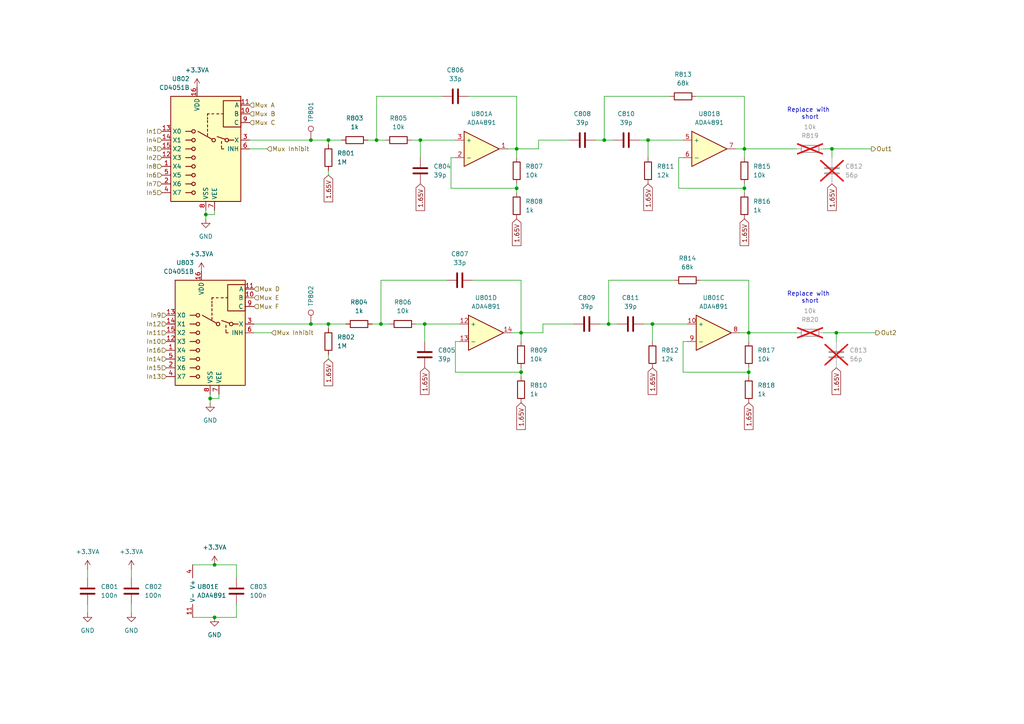
<source format=kicad_sch>
(kicad_sch (version 20250114) (generator "eeschema") (generator_version "9.0")
  (paper "A4")
  (lib_symbols
    (symbol "Analog_Switch:CD4051B"
      (property "Reference" "U" (at -10.16 16.51 0))
      (property "Value" "CD4051B" (at 3.81 16.51 0))
      (symbol "CD4051B_0_1"
        (rectangle (start -10.16 15.24) (end 10.16 -15.24) (stroke (width 0.254)) (fill (type background)))
        (rectangle (start -10.16 6.35) (end -5.08 13.97) (stroke (width 0.254)))
        (polyline (pts (xy -8.128 2.54) (xy -6.604 2.54)) (stroke (width 0.254)))
        (circle (center -6.096 2.54) (radius 0.508) (stroke (width 0.254)))
        (polyline (pts (xy -5.588 2.794) (xy -3.302 3.556)) (stroke (width 0.254)))
        (polyline (pts (xy -4.572 10.16) (xy -5.08 10.16)) (stroke (width 0.254)))
        (polyline (pts (xy -4.572 1.524) (xy -4.572 2.159)) (stroke (width 0.254)))
        (polyline (pts (xy -4.572 0.254) (xy -4.572 0.889)) (stroke (width 0.254)))
        (polyline (pts (xy -4.572 0) (xy -5.207 0)) (stroke (width 0.254)))
        (polyline (pts (xy -3.81 10.16) (xy -3.175 10.16)) (stroke (width 0.254)))
        (circle (center -2.286 2.54) (radius 0.508) (stroke (width 0.254)))
        (polyline (pts (xy -1.778 10.16) (xy -2.286 10.16)) (stroke (width 0.254)))
        (polyline (pts (xy -1.778 2.794) (xy 2.286 5.08)) (stroke (width 0.254)))
        (polyline (pts (xy -0.508 10.16) (xy -1.016 10.16)) (stroke (width 0.254)))
        (polyline (pts (xy -0.508 9.652) (xy -0.508 10.16)) (stroke (width 0.254)))
        (polyline (pts (xy -0.508 8.636) (xy -0.508 9.144)) (stroke (width 0.254)))
        (polyline (pts (xy -0.508 7.62) (xy -0.508 8.255)) (stroke (width 0.254)))
        (polyline (pts (xy -0.508 6.35) (xy -0.508 6.985)) (stroke (width 0.254)))
        (polyline (pts (xy -0.508 5.08) (xy -0.508 5.715)) (stroke (width 0.254)))
        (polyline (pts (xy -0.508 3.81) (xy -0.508 4.445)) (stroke (width 0.254)))
        (circle (center 3.556 5.08) (radius 0.508) (stroke (width 0.254)))
        (circle (center 3.556 2.54) (radius 0.508) (stroke (width 0.254)))
        (circle (center 3.556 0) (radius 0.508) (stroke (width 0.254)))
        (circle (center 3.556 -2.54) (radius 0.508) (stroke (width 0.254)))
        (circle (center 3.556 -5.08) (radius 0.508) (stroke (width 0.254)))
        (circle (center 3.556 -7.62) (radius 0.508) (stroke (width 0.254)))
        (circle (center 3.556 -10.16) (radius 0.508) (stroke (width 0.254)))
        (circle (center 3.556 -12.7) (radius 0.508) (stroke (width 0.254)))
        (polyline (pts (xy 4.064 5.08) (xy 5.842 5.08)) (stroke (width 0.254)))
        (polyline (pts (xy 4.064 2.54) (xy 5.842 2.54)) (stroke (width 0.254)))
        (polyline (pts (xy 4.064 0) (xy 5.842 0)) (stroke (width 0.254)))
        (polyline (pts (xy 4.064 -2.54) (xy 5.842 -2.54)) (stroke (width 0.254)))
        (polyline (pts (xy 4.064 -5.08) (xy 5.842 -5.08)) (stroke (width 0.254)))
        (polyline (pts (xy 4.064 -7.62) (xy 5.842 -7.62)) (stroke (width 0.254)))
        (polyline (pts (xy 4.064 -10.16) (xy 5.842 -10.16)) (stroke (width 0.254)))
        (polyline (pts (xy 4.064 -12.7) (xy 5.842 -12.7)) (stroke (width 0.254)))
      )
      (symbol "CD4051B_1_1"
        (pin input line (at -12.7 12.7 0) (length 2.54) (name "A") (number "11"))
        (pin input line (at -12.7 10.16 0) (length 2.54) (name "B") (number "10"))
        (pin input line (at -12.7 7.62 0) (length 2.54) (name "C") (number "9"))
        (pin bidirectional line (at -12.7 2.54 0) (length 2.54) (name "X") (number "3"))
        (pin input line (at -12.7 0 0) (length 2.54) (name "INH") (number "6"))
        (pin power_in line (at -2.54 -17.78 90) (length 2.54) (name "VEE") (number "7"))
        (pin power_in line (at 0 -17.78 90) (length 2.54) (name "VSS") (number "8"))
        (pin power_in line (at 2.54 17.78 270) (length 2.54) (name "VDD") (number "16"))
        (pin bidirectional line (at 12.7 5.08 180) (length 2.54) (name "X0") (number "13"))
        (pin bidirectional line (at 12.7 2.54 180) (length 2.54) (name "X1") (number "14"))
        (pin bidirectional line (at 12.7 0 180) (length 2.54) (name "X2") (number "15"))
        (pin bidirectional line (at 12.7 -2.54 180) (length 2.54) (name "X3") (number "12"))
        (pin bidirectional line (at 12.7 -5.08 180) (length 2.54) (name "X4") (number "1"))
        (pin bidirectional line (at 12.7 -7.62 180) (length 2.54) (name "X5") (number "5"))
        (pin bidirectional line (at 12.7 -10.16 180) (length 2.54) (name "X6") (number "2"))
        (pin bidirectional line (at 12.7 -12.7 180) (length 2.54) (name "X7") (number "4"))
      )
    )
    (symbol "Connector:TestPoint" (pin_numbers (hide yes)) (pin_names (offset 0.762) (hide yes))
      (property "Reference" "TP" (at 0 6.858 0))
      (property "Value" "TestPoint" (at 0 5.08 0))
      (symbol "TestPoint_0_1"
        (circle (center 0 3.302) (radius 0.762))
      )
      (symbol "TestPoint_1_1"
        (pin passive line (at 0 0 90) (length 2.54) (name "1") (number "1"))
      )
    )
    (symbol "Device:C" (pin_numbers (hide yes)) (pin_names (offset 0.254))
      (property "Reference" "C" (at 0.635 2.54 0))
      (property "Value" "C" (at 0.635 -2.54 0))
      (symbol "C_0_1"
        (polyline (pts (xy -2.032 0.762) (xy 2.032 0.762)) (stroke (width 0.508)))
        (polyline (pts (xy -2.032 -0.762) (xy 2.032 -0.762)) (stroke (width 0.508)))
      )
      (symbol "C_1_1"
        (pin passive line (at 0 3.81 270) (length 2.794) (name "~") (number "1"))
        (pin passive line (at 0 -3.81 90) (length 2.794) (name "~") (number "2"))
      )
    )
    (symbol "Device:Opamp_Quad"
      (property "Reference" "U" (at 0 5.08 0))
      (property "Value" "Opamp_Quad" (at 0 -5.08 0))
      (symbol "Opamp_Quad_1_1"
        (polyline (pts (xy -5.08 5.08) (xy 5.08 0) (xy -5.08 -5.08) (xy -5.08 5.08)) (stroke (width 0.254)) (fill (type background)))
        (pin input line (at -7.62 2.54 0) (length 2.54) (name "+") (number "3"))
        (pin input line (at -7.62 -2.54 0) (length 2.54) (name "-") (number "2"))
        (pin output line (at 7.62 0 180) (length 2.54) (name "~") (number "1"))
      )
      (symbol "Opamp_Quad_2_1"
        (polyline (pts (xy -5.08 5.08) (xy 5.08 0) (xy -5.08 -5.08) (xy -5.08 5.08)) (stroke (width 0.254)) (fill (type background)))
        (pin input line (at -7.62 2.54 0) (length 2.54) (name "+") (number "5"))
        (pin input line (at -7.62 -2.54 0) (length 2.54) (name "-") (number "6"))
        (pin output line (at 7.62 0 180) (length 2.54) (name "~") (number "7"))
      )
      (symbol "Opamp_Quad_3_1"
        (polyline (pts (xy -5.08 5.08) (xy 5.08 0) (xy -5.08 -5.08) (xy -5.08 5.08)) (stroke (width 0.254)) (fill (type background)))
        (pin input line (at -7.62 2.54 0) (length 2.54) (name "+") (number "10"))
        (pin input line (at -7.62 -2.54 0) (length 2.54) (name "-") (number "9"))
        (pin output line (at 7.62 0 180) (length 2.54) (name "~") (number "8"))
      )
      (symbol "Opamp_Quad_4_1"
        (polyline (pts (xy -5.08 5.08) (xy 5.08 0) (xy -5.08 -5.08) (xy -5.08 5.08)) (stroke (width 0.254)) (fill (type background)))
        (pin input line (at -7.62 2.54 0) (length 2.54) (name "+") (number "12"))
        (pin input line (at -7.62 -2.54 0) (length 2.54) (name "-") (number "13"))
        (pin output line (at 7.62 0 180) (length 2.54) (name "~") (number "14"))
      )
      (symbol "Opamp_Quad_5_1"
        (pin power_in line (at -2.54 7.62 270) (length 3.81) (name "V+") (number "4"))
        (pin power_in line (at -2.54 -7.62 90) (length 3.81) (name "V-") (number "11"))
      )
    )
    (symbol "Device:R" (pin_numbers (hide yes)) (pin_names (offset 0))
      (property "Reference" "R" (at 2.032 0 90))
      (property "Value" "R" (at 0 0 90))
      (symbol "R_0_1"
        (rectangle (start -1.016 -2.54) (end 1.016 2.54) (stroke (width 0.254)))
      )
      (symbol "R_1_1"
        (pin passive line (at 0 3.81 270) (length 1.27) (name "~") (number "1"))
        (pin passive line (at 0 -3.81 90) (length 1.27) (name "~") (number "2"))
      )
    )
    (symbol "power:+3.3VA" (power) (pin_numbers (hide yes)) (pin_names (offset 0) (hide yes))
      (property "Value" "+3.3VA" (at 0 3.556 0))
      (symbol "+3.3VA_0_1"
        (polyline (pts (xy -0.762 1.27) (xy 0 2.54)))
        (polyline (pts (xy 0 2.54) (xy 0.762 1.27)))
        (polyline (pts (xy 0 0) (xy 0 2.54)))
      )
      (symbol "+3.3VA_1_1"
        (pin power_in line (at 0 0 90) (length 0) (name "~") (number "1"))
      )
    )
    (symbol "power:GND" (power) (pin_numbers (hide yes)) (pin_names (offset 0) (hide yes))
      (property "Value" "GND" (at 0 -3.81 0))
      (symbol "GND_0_1"
        (polyline (pts (xy 0 0) (xy 0 -1.27) (xy 1.27 -1.27) (xy 0 -2.54) (xy -1.27 -1.27) (xy 0 -1.27)))
      )
      (symbol "GND_1_1"
        (pin power_in line (at 0 0 270) (length 0) (name "~") (number "1"))
      )
    )
  )
  (text "Replace with \nshort" (at 234.95 86.36 0) (effects (font (size 1.27 1.27))))
  (text "Replace with \nshort" (at 234.95 33.02 0) (effects (font (size 1.27 1.27))))
  (junction (at 189.23 93.98))
  (junction (at 95.25 40.64))
  (junction (at 215.9 43.18))
  (junction (at 90.17 40.64))
  (junction (at 149.86 43.18))
  (junction (at 123.19 93.98))
  (junction (at 62.23 179.07))
  (junction (at 175.26 40.64))
  (junction (at 217.17 107.95))
  (junction (at 149.86 54.61))
  (junction (at 59.69 62.23))
  (junction (at 95.25 93.98))
  (junction (at 60.96 115.57))
  (junction (at 90.17 93.98))
  (junction (at 215.9 54.61))
  (junction (at 241.3 43.18))
  (junction (at 151.13 96.52))
  (junction (at 217.17 96.52))
  (junction (at 62.23 163.83))
  (junction (at 242.57 96.52))
  (junction (at 121.92 40.64))
  (junction (at 176.53 93.98))
  (junction (at 110.49 93.98))
  (junction (at 109.22 40.64))
  (junction (at 187.96 40.64))
  (junction (at 151.13 107.95))
  (wire (pts (xy 165.1 40.64) (xy 156.21 40.64)))
  (wire (pts (xy 110.49 81.28) (xy 110.49 93.98)))
  (wire (pts (xy 241.3 43.18) (xy 252.73 43.18)))
  (wire (pts (xy 215.9 43.18) (xy 213.36 43.18)))
  (wire (pts (xy 201.93 27.94) (xy 215.9 27.94)))
  (wire (pts (xy 68.58 167.64) (xy 68.58 163.83)))
  (wire (pts (xy 133.35 99.06) (xy 132.08 99.06)))
  (wire (pts (xy 132.08 40.64) (xy 121.92 40.64)))
  (wire (pts (xy 242.57 99.06) (xy 242.57 96.52)))
  (wire (pts (xy 132.08 45.72) (xy 130.81 45.72)))
  (wire (pts (xy 60.96 116.84) (xy 60.96 115.57)))
  (wire (pts (xy 215.9 27.94) (xy 215.9 43.18)))
  (wire (pts (xy 90.17 93.98) (xy 95.25 93.98)))
  (wire (pts (xy 198.12 40.64) (xy 187.96 40.64)))
  (wire (pts (xy 199.39 99.06) (xy 198.12 99.06)))
  (wire (pts (xy 198.12 107.95) (xy 217.17 107.95)))
  (wire (pts (xy 242.57 96.52) (xy 238.76 96.52)))
  (wire (pts (xy 241.3 43.18) (xy 238.76 43.18)))
  (wire (pts (xy 130.81 45.72) (xy 130.81 54.61)))
  (wire (pts (xy 217.17 81.28) (xy 217.17 96.52)))
  (wire (pts (xy 176.53 93.98) (xy 179.07 93.98)))
  (wire (pts (xy 72.39 43.18) (xy 77.47 43.18)))
  (wire (pts (xy 90.17 40.64) (xy 95.25 40.64)))
  (wire (pts (xy 151.13 81.28) (xy 151.13 96.52)))
  (wire (pts (xy 95.25 102.87) (xy 95.25 104.14)))
  (wire (pts (xy 38.1 175.26) (xy 38.1 177.8)))
  (wire (pts (xy 95.25 40.64) (xy 95.25 41.91)))
  (wire (pts (xy 187.96 45.72) (xy 187.96 40.64)))
  (wire (pts (xy 156.21 43.18) (xy 149.86 43.18)))
  (wire (pts (xy 72.39 40.64) (xy 90.17 40.64)))
  (wire (pts (xy 60.96 115.57) (xy 63.5 115.57)))
  (wire (pts (xy 128.27 27.94) (xy 109.22 27.94)))
  (wire (pts (xy 156.21 40.64) (xy 156.21 43.18)))
  (wire (pts (xy 68.58 179.07) (xy 68.58 175.26)))
  (wire (pts (xy 217.17 99.06) (xy 217.17 96.52)))
  (wire (pts (xy 196.85 45.72) (xy 196.85 54.61)))
  (wire (pts (xy 109.22 40.64) (xy 111.76 40.64)))
  (wire (pts (xy 38.1 165.1) (xy 38.1 167.64)))
  (wire (pts (xy 175.26 40.64) (xy 177.8 40.64)))
  (wire (pts (xy 95.25 49.53) (xy 95.25 50.8)))
  (wire (pts (xy 106.68 40.64) (xy 109.22 40.64)))
  (wire (pts (xy 196.85 54.61) (xy 215.9 54.61)))
  (wire (pts (xy 60.96 115.57) (xy 60.96 114.3)))
  (wire (pts (xy 59.69 63.5) (xy 59.69 62.23)))
  (wire (pts (xy 187.96 40.64) (xy 185.42 40.64)))
  (wire (pts (xy 130.81 54.61) (xy 149.86 54.61)))
  (wire (pts (xy 241.3 45.72) (xy 241.3 43.18)))
  (wire (pts (xy 149.86 55.88) (xy 149.86 54.61)))
  (wire (pts (xy 194.31 27.94) (xy 175.26 27.94)))
  (wire (pts (xy 63.5 115.57) (xy 63.5 114.3)))
  (wire (pts (xy 123.19 99.06) (xy 123.19 93.98)))
  (wire (pts (xy 55.88 179.07) (xy 62.23 179.07)))
  (wire (pts (xy 189.23 99.06) (xy 189.23 93.98)))
  (wire (pts (xy 149.86 43.18) (xy 147.32 43.18)))
  (wire (pts (xy 203.2 81.28) (xy 217.17 81.28)))
  (wire (pts (xy 217.17 109.22) (xy 217.17 107.95)))
  (wire (pts (xy 149.86 45.72) (xy 149.86 43.18)))
  (wire (pts (xy 123.19 93.98) (xy 120.65 93.98)))
  (wire (pts (xy 175.26 27.94) (xy 175.26 40.64)))
  (wire (pts (xy 95.25 40.64) (xy 99.06 40.64)))
  (wire (pts (xy 62.23 179.07) (xy 68.58 179.07)))
  (wire (pts (xy 149.86 27.94) (xy 149.86 43.18)))
  (wire (pts (xy 137.16 81.28) (xy 151.13 81.28)))
  (wire (pts (xy 231.14 43.18) (xy 215.9 43.18)))
  (wire (pts (xy 25.4 175.26) (xy 25.4 177.8)))
  (wire (pts (xy 95.25 93.98) (xy 95.25 95.25)))
  (wire (pts (xy 242.57 96.52) (xy 254 96.52)))
  (wire (pts (xy 198.12 45.72) (xy 196.85 45.72)))
  (wire (pts (xy 217.17 96.52) (xy 214.63 96.52)))
  (wire (pts (xy 199.39 93.98) (xy 189.23 93.98)))
  (wire (pts (xy 198.12 99.06) (xy 198.12 107.95)))
  (wire (pts (xy 215.9 54.61) (xy 215.9 53.34)))
  (wire (pts (xy 151.13 99.06) (xy 151.13 96.52)))
  (wire (pts (xy 107.95 93.98) (xy 110.49 93.98)))
  (wire (pts (xy 135.89 27.94) (xy 149.86 27.94)))
  (wire (pts (xy 157.48 96.52) (xy 151.13 96.52)))
  (wire (pts (xy 59.69 62.23) (xy 62.23 62.23)))
  (wire (pts (xy 215.9 55.88) (xy 215.9 54.61)))
  (wire (pts (xy 132.08 99.06) (xy 132.08 107.95)))
  (wire (pts (xy 176.53 81.28) (xy 176.53 93.98)))
  (wire (pts (xy 151.13 96.52) (xy 148.59 96.52)))
  (wire (pts (xy 62.23 62.23) (xy 62.23 60.96)))
  (wire (pts (xy 133.35 93.98) (xy 123.19 93.98)))
  (wire (pts (xy 110.49 93.98) (xy 113.03 93.98)))
  (wire (pts (xy 149.86 54.61) (xy 149.86 53.34)))
  (wire (pts (xy 73.66 96.52) (xy 78.74 96.52)))
  (wire (pts (xy 173.99 93.98) (xy 176.53 93.98)))
  (wire (pts (xy 132.08 107.95) (xy 151.13 107.95)))
  (wire (pts (xy 121.92 40.64) (xy 119.38 40.64)))
  (wire (pts (xy 62.23 163.83) (xy 68.58 163.83)))
  (wire (pts (xy 172.72 40.64) (xy 175.26 40.64)))
  (wire (pts (xy 166.37 93.98) (xy 157.48 93.98)))
  (wire (pts (xy 95.25 93.98) (xy 100.33 93.98)))
  (wire (pts (xy 157.48 93.98) (xy 157.48 96.52)))
  (wire (pts (xy 151.13 107.95) (xy 151.13 106.68)))
  (wire (pts (xy 189.23 93.98) (xy 186.69 93.98)))
  (wire (pts (xy 59.69 62.23) (xy 59.69 60.96)))
  (wire (pts (xy 121.92 45.72) (xy 121.92 40.64)))
  (wire (pts (xy 195.58 81.28) (xy 176.53 81.28)))
  (wire (pts (xy 25.4 165.1) (xy 25.4 167.64)))
  (wire (pts (xy 109.22 27.94) (xy 109.22 40.64)))
  (wire (pts (xy 151.13 109.22) (xy 151.13 107.95)))
  (wire (pts (xy 55.88 163.83) (xy 62.23 163.83)))
  (wire (pts (xy 215.9 43.18) (xy 215.9 45.72)))
  (wire (pts (xy 231.14 96.52) (xy 217.17 96.52)))
  (wire (pts (xy 73.66 93.98) (xy 90.17 93.98)))
  (wire (pts (xy 217.17 107.95) (xy 217.17 106.68)))
  (wire (pts (xy 129.54 81.28) (xy 110.49 81.28)))
  (global_label "1.65V" (shape input) (at 95.25 104.14 270) (property "Intersheetrefs" "${INTERSHEET_REFS}" (effects (hide yes))))
  (global_label "1.65V" (shape input) (at 95.25 50.8 270) (property "Intersheetrefs" "${INTERSHEET_REFS}" (effects (hide yes))))
  (global_label "1.65V" (shape input) (at 187.96 53.34 270) (property "Intersheetrefs" "${INTERSHEET_REFS}" (effects (hide yes))))
  (global_label "1.65V" (shape input) (at 151.13 116.84 270) (property "Intersheetrefs" "${INTERSHEET_REFS}" (effects (hide yes))))
  (global_label "1.65V" (shape input) (at 149.86 63.5 270) (property "Intersheetrefs" "${INTERSHEET_REFS}" (effects (hide yes))))
  (global_label "1.65V" (shape input) (at 241.3 53.34 270) (property "Intersheetrefs" "${INTERSHEET_REFS}" (effects (hide yes))))
  (global_label "1.65V" (shape input) (at 123.19 106.68 270) (property "Intersheetrefs" "${INTERSHEET_REFS}" (effects (hide yes))))
  (global_label "1.65V" (shape input) (at 189.23 106.68 270) (property "Intersheetrefs" "${INTERSHEET_REFS}" (effects (hide yes))))
  (global_label "1.65V" (shape input) (at 215.9 63.5 270) (property "Intersheetrefs" "${INTERSHEET_REFS}" (effects (hide yes))))
  (global_label "1.65V" (shape input) (at 217.17 116.84 270) (property "Intersheetrefs" "${INTERSHEET_REFS}" (effects (hide yes))))
  (global_label "1.65V" (shape input) (at 121.92 53.34 270) (property "Intersheetrefs" "${INTERSHEET_REFS}" (effects (hide yes))))
  (global_label "1.65V" (shape input) (at 242.57 106.68 270) (property "Intersheetrefs" "${INTERSHEET_REFS}" (effects (hide yes))))
  (hierarchical_label "Mux F" (shape input) (at 73.66 88.9 0))
  (hierarchical_label "Mux Inhibit" (shape input) (at 77.47 43.18 0))
  (hierarchical_label "Mux A" (shape input) (at 72.39 30.48 0))
  (hierarchical_label "In6" (shape input) (at 46.99 50.8 180))
  (hierarchical_label "Mux Inhibit" (shape input) (at 78.74 96.52 0))
  (hierarchical_label "Mux D" (shape input) (at 73.66 83.82 0))
  (hierarchical_label "In10" (shape input) (at 48.26 99.06 180))
  (hierarchical_label "In15" (shape input) (at 48.26 106.68 180))
  (hierarchical_label "In16" (shape input) (at 48.26 101.6 180))
  (hierarchical_label "Out2" (shape output) (at 254 96.52 0))
  (hierarchical_label "Mux C" (shape input) (at 72.39 35.56 0))
  (hierarchical_label "In4" (shape input) (at 46.99 40.64 180))
  (hierarchical_label "In2" (shape input) (at 46.99 45.72 180))
  (hierarchical_label "In14" (shape input) (at 48.26 104.14 180))
  (hierarchical_label "In8" (shape input) (at 46.99 48.26 180))
  (hierarchical_label "Mux E" (shape input) (at 73.66 86.36 0))
  (hierarchical_label "In12" (shape input) (at 48.26 93.98 180))
  (hierarchical_label "Mux B" (shape input) (at 72.39 33.02 0))
  (hierarchical_label "Out1" (shape output) (at 252.73 43.18 0))
  (hierarchical_label "In3" (shape input) (at 46.99 43.18 180))
  (hierarchical_label "In9" (shape input) (at 48.26 91.44 180))
  (hierarchical_label "In7" (shape input) (at 46.99 53.34 180))
  (hierarchical_label "In11" (shape input) (at 48.26 96.52 180))
  (hierarchical_label "In13" (shape input) (at 48.26 109.22 180))
  (hierarchical_label "In1" (shape input) (at 46.99 38.1 180))
  (hierarchical_label "In5" (shape input) (at 46.99 55.88 180))
  (symbol (lib_id "Device:R") (at 217.17 102.87 0) (mirror x) (unit 1)
    (property "Reference" "R717" (at 219.71 101.6 0) (effects (justify left)))
    (property "Value" "10k" (at 219.71 104.14 0) (effects (justify left)))
    (property "Footprint" "Resistor_SMD:R_0603_1608Metric" (effects (hide yes)))
    (property "Description" "Resistor" (effects (hide yes)))
    (instances (project "Input Board" (path "" (reference "R817") (unit 1)) (path "" (reference "R717") (unit 1))))
  )
  (symbol (lib_id "Device:C") (at 182.88 93.98 90) (unit 1)
    (property "Reference" "C711" (at 182.88 86.36 90))
    (property "Value" "39p" (at 182.88 88.9 90))
    (property "Footprint" "Capacitor_SMD:C_0603_1608Metric" (effects (hide yes)))
    (property "Description" "Unpolarized capacitor" (effects (hide yes)))
    (instances (project "Input Board" (path "" (reference "C811") (unit 1)) (path "" (reference "C711") (unit 1))))
  )
  (symbol (lib_id "power:+3.3VA") (at 62.23 163.83 0) (unit 1)
    (property "Reference" "#PWR0709" (effects (hide yes)))
    (property "Value" "+3.3VA" (at 62.23 158.75 0))
    (property "Description" "Power symbol creates a global label with name \"+3.3VA\"" (effects (hide yes)))
    (instances (project "Input Board" (path "" (reference "#PWR0809") (unit 1)) (path "" (reference "#PWR0709") (unit 1))))
  )
  (symbol (lib_id "Device:R") (at 151.13 113.03 0) (mirror x) (unit 1)
    (property "Reference" "R710" (at 153.67 111.76 0) (effects (justify left)))
    (property "Value" "1k" (at 153.67 114.3 0) (effects (justify left)))
    (property "Footprint" "Resistor_SMD:R_0603_1608Metric" (effects (hide yes)))
    (property "Description" "Resistor" (effects (hide yes)))
    (instances (project "Input Board" (path "" (reference "R810") (unit 1)) (path "" (reference "R710") (unit 1))))
  )
  (symbol (lib_id "Device:C") (at 121.92 49.53 0) (unit 1)
    (property "Reference" "C704" (at 125.73 48.2599 0) (effects (justify left)))
    (property "Value" "39p" (at 125.73 50.7999 0) (effects (justify left)))
    (property "Footprint" "Capacitor_SMD:C_0603_1608Metric" (effects (hide yes)))
    (property "Description" "Unpolarized capacitor" (effects (hide yes)))
    (instances (project "Input Board" (path "" (reference "C804") (unit 1)) (path "" (reference "C704") (unit 1))))
  )
  (symbol (lib_id "Device:Opamp_Quad") (at 139.7 43.18 0) (unit 1)
    (property "Reference" "U701" (at 139.7 33.02 0))
    (property "Value" "ADA4891" (at 139.7 35.56 0))
    (property "Footprint" "Package_SO:SOIC-14_3.9x8.7mm_P1.27mm" (effects (hide yes)))
    (property "Description" "Quad operational amplifier" (effects (hide yes)))
    (property "Sim.Library" "${KICAD9_SYMBOL_DIR}/Simulation_SPICE.sp" (effects (hide yes)))
    (property "Sim.Name" "kicad_builtin_opamp_quad" (effects (hide yes)))
    (property "Sim.Device" "SUBCKT" (effects (hide yes)))
    (property "Sim.Pins" "1=out1 2=in1- 3=in1+ 4=vcc 5=in2+ 6=in2- 7=out2 8=out3 9=in3- 10=in3+ 11=vee 12=in4+ 13=in4- 14=out4" (effects (hide yes)))
    (instances (project "Input Board" (path "" (reference "U801") (unit 1)) (path "" (reference "U701") (unit 1))))
  )
  (symbol (lib_id "Device:C") (at 133.35 81.28 90) (unit 1)
    (property "Reference" "C707" (at 133.35 73.66 90))
    (property "Value" "33p" (at 133.35 76.2 90))
    (property "Footprint" "Capacitor_SMD:C_0603_1608Metric" (effects (hide yes)))
    (property "Description" "Unpolarized capacitor" (effects (hide yes)))
    (instances (project "Input Board" (path "" (reference "C807") (unit 1)) (path "" (reference "C707") (unit 1))))
  )
  (symbol (lib_id "Device:Opamp_Quad") (at 58.42 171.45 0) (unit 5)
    (property "Reference" "U701" (at 57.15 170.1799 0) (effects (justify left)))
    (property "Value" "ADA4891" (at 57.15 172.7199 0) (effects (justify left)))
    (property "Footprint" "Package_SO:SOIC-14_3.9x8.7mm_P1.27mm" (effects (hide yes)))
    (property "Description" "Quad operational amplifier" (effects (hide yes)))
    (property "Sim.Library" "${KICAD9_SYMBOL_DIR}/Simulation_SPICE.sp" (effects (hide yes)))
    (property "Sim.Name" "kicad_builtin_opamp_quad" (effects (hide yes)))
    (property "Sim.Device" "SUBCKT" (effects (hide yes)))
    (property "Sim.Pins" "1=out1 2=in1- 3=in1+ 4=vcc 5=in2+ 6=in2- 7=out2 8=out3 9=in3- 10=in3+ 11=vee 12=in4+ 13=in4- 14=out4" (effects (hide yes)))
    (instances (project "Input Board" (path "" (reference "U801") (unit 5)) (path "" (reference "U701") (unit 5))))
  )
  (symbol (lib_id "Device:R") (at 217.17 113.03 0) (mirror x) (unit 1)
    (property "Reference" "R718" (at 219.71 111.76 0) (effects (justify left)))
    (property "Value" "1k" (at 219.71 114.3 0) (effects (justify left)))
    (property "Footprint" "Resistor_SMD:R_0603_1608Metric" (effects (hide yes)))
    (property "Description" "Resistor" (effects (hide yes)))
    (instances (project "Input Board" (path "" (reference "R818") (unit 1)) (path "" (reference "R718") (unit 1))))
  )
  (symbol (lib_id "Device:R") (at 199.39 81.28 270) (mirror x) (unit 1)
    (property "Reference" "R714" (at 199.39 74.93 90))
    (property "Value" "68k" (at 199.39 77.47 90))
    (property "Footprint" "Resistor_SMD:R_0603_1608Metric" (effects (hide yes)))
    (property "Description" "Resistor" (effects (hide yes)))
    (instances (project "Input Board" (path "" (reference "R814") (unit 1)) (path "" (reference "R714") (unit 1))))
  )
  (symbol (lib_id "Device:R") (at 187.96 49.53 0) (mirror x) (unit 1)
    (property "Reference" "R711" (at 190.5 48.26 0) (effects (justify left)))
    (property "Value" "12k" (at 190.5 50.8 0) (effects (justify left)))
    (property "Footprint" "Resistor_SMD:R_0603_1608Metric" (effects (hide yes)))
    (property "Description" "Resistor" (effects (hide yes)))
    (instances (project "Input Board" (path "" (reference "R811") (unit 1)) (path "" (reference "R711") (unit 1))))
  )
  (symbol (lib_id "power:GND") (at 38.1 177.8 0) (unit 1)
    (property "Reference" "#PWR0704" (effects (hide yes)))
    (property "Value" "GND" (at 38.1 182.88 0))
    (property "Description" "Power symbol creates a global label with name \"GND\" , ground" (effects (hide yes)))
    (instances (project "Input Board" (path "" (reference "#PWR0804") (unit 1)) (path "" (reference "#PWR0704") (unit 1))))
  )
  (symbol (lib_id "Device:C") (at 170.18 93.98 90) (unit 1)
    (property "Reference" "C709" (at 170.18 86.36 90))
    (property "Value" "39p" (at 170.18 88.9 90))
    (property "Footprint" "Capacitor_SMD:C_0603_1608Metric" (effects (hide yes)))
    (property "Description" "Unpolarized capacitor" (effects (hide yes)))
    (instances (project "Input Board" (path "" (reference "C809") (unit 1)) (path "" (reference "C709") (unit 1))))
  )
  (symbol (lib_id "Device:C") (at 132.08 27.94 90) (unit 1)
    (property "Reference" "C706" (at 132.08 20.32 90))
    (property "Value" "33p" (at 132.08 22.86 90))
    (property "Footprint" "Capacitor_SMD:C_0603_1608Metric" (effects (hide yes)))
    (property "Description" "Unpolarized capacitor" (effects (hide yes)))
    (instances (project "Input Board" (path "" (reference "C806") (unit 1)) (path "" (reference "C706") (unit 1))))
  )
  (symbol (lib_id "Device:C") (at 168.91 40.64 90) (unit 1)
    (property "Reference" "C708" (at 168.91 33.02 90))
    (property "Value" "39p" (at 168.91 35.56 90))
    (property "Footprint" "Capacitor_SMD:C_0603_1608Metric" (effects (hide yes)))
    (property "Description" "Unpolarized capacitor" (effects (hide yes)))
    (instances (project "Input Board" (path "" (reference "C808") (unit 1)) (path "" (reference "C708") (unit 1))))
  )
  (symbol (lib_id "Device:R") (at 234.95 96.52 270) (mirror x) (unit 1) (dnp yes)
    (property "Reference" "R720" (at 234.95 92.71 90))
    (property "Value" "10k" (at 234.95 90.17 90))
    (property "Footprint" "Resistor_SMD:R_0603_1608Metric" (effects (hide yes)))
    (property "Description" "Resistor" (effects (hide yes)))
    (instances (project "Input Board" (path "" (reference "R820") (unit 1)) (path "" (reference "R720") (unit 1))))
  )
  (symbol (lib_id "Device:R") (at 102.87 40.64 90) (unit 1)
    (property "Reference" "R703" (at 102.87 34.29 90))
    (property "Value" "1k" (at 102.87 36.83 90))
    (property "Footprint" "Resistor_SMD:R_0603_1608Metric" (effects (hide yes)))
    (property "Description" "Resistor" (effects (hide yes)))
    (instances (project "Input Board" (path "" (reference "R803") (unit 1)) (path "" (reference "R703") (unit 1))))
  )
  (symbol (lib_id "Device:R") (at 104.14 93.98 90) (unit 1)
    (property "Reference" "R704" (at 104.14 87.63 90))
    (property "Value" "1k" (at 104.14 90.17 90))
    (property "Footprint" "Resistor_SMD:R_0603_1608Metric" (effects (hide yes)))
    (property "Description" "Resistor" (effects (hide yes)))
    (instances (project "Input Board" (path "" (reference "R804") (unit 1)) (path "" (reference "R704") (unit 1))))
  )
  (symbol (lib_id "Device:C") (at 68.58 171.45 0) (unit 1)
    (property "Reference" "C703" (at 72.39 170.1799 0) (effects (justify left)))
    (property "Value" "100n" (at 72.39 172.7199 0) (effects (justify left)))
    (property "Footprint" "Capacitor_SMD:C_0603_1608Metric" (effects (hide yes)))
    (property "Description" "Unpolarized capacitor" (effects (hide yes)))
    (instances (project "Input Board" (path "" (reference "C803") (unit 1)) (path "" (reference "C703") (unit 1))))
  )
  (symbol (lib_id "Device:R") (at 151.13 102.87 0) (mirror x) (unit 1)
    (property "Reference" "R709" (at 153.67 101.6 0) (effects (justify left)))
    (property "Value" "10k" (at 153.67 104.14 0) (effects (justify left)))
    (property "Footprint" "Resistor_SMD:R_0603_1608Metric" (effects (hide yes)))
    (property "Description" "Resistor" (effects (hide yes)))
    (instances (project "Input Board" (path "" (reference "R809") (unit 1)) (path "" (reference "R709") (unit 1))))
  )
  (symbol (lib_id "Connector:TestPoint") (at 90.17 93.98 0) (unit 1)
    (property "Reference" "TP702" (at 90.17 88.9 90) (effects (justify left)))
    (property "Value" "TestPoint" (effects (hide yes)))
    (property "Footprint" "TestPoint:TestPoint_Pad_1.5x1.5mm" (effects (hide yes)))
    (property "Description" "test point" (effects (hide yes)))
    (instances (project "Input Board" (path "" (reference "TP802") (unit 1)) (path "" (reference "TP702") (unit 1))))
  )
  (symbol (lib_id "Device:R") (at 215.9 49.53 0) (mirror x) (unit 1)
    (property "Reference" "R715" (at 218.44 48.26 0) (effects (justify left)))
    (property "Value" "10k" (at 218.44 50.8 0) (effects (justify left)))
    (property "Footprint" "Resistor_SMD:R_0603_1608Metric" (effects (hide yes)))
    (property "Description" "Resistor" (effects (hide yes)))
    (instances (project "Input Board" (path "" (reference "R815") (unit 1)) (path "" (reference "R715") (unit 1))))
  )
  (symbol (lib_id "Device:Opamp_Quad") (at 207.01 96.52 0) (unit 3)
    (property "Reference" "U701" (at 207.01 86.36 0))
    (property "Value" "ADA4891" (at 207.01 88.9 0))
    (property "Footprint" "Package_SO:SOIC-14_3.9x8.7mm_P1.27mm" (effects (hide yes)))
    (property "Description" "Quad operational amplifier" (effects (hide yes)))
    (property "Sim.Library" "${KICAD9_SYMBOL_DIR}/Simulation_SPICE.sp" (effects (hide yes)))
    (property "Sim.Name" "kicad_builtin_opamp_quad" (effects (hide yes)))
    (property "Sim.Device" "SUBCKT" (effects (hide yes)))
    (property "Sim.Pins" "1=out1 2=in1- 3=in1+ 4=vcc 5=in2+ 6=in2- 7=out2 8=out3 9=in3- 10=in3+ 11=vee 12=in4+ 13=in4- 14=out4" (effects (hide yes)))
    (instances (project "Input Board" (path "" (reference "U801") (unit 3)) (path "" (reference "U701") (unit 3))))
  )
  (symbol (lib_id "Device:R") (at 189.23 102.87 0) (mirror x) (unit 1)
    (property "Reference" "R712" (at 191.77 101.6 0) (effects (justify left)))
    (property "Value" "12k" (at 191.77 104.14 0) (effects (justify left)))
    (property "Footprint" "Resistor_SMD:R_0603_1608Metric" (effects (hide yes)))
    (property "Description" "Resistor" (effects (hide yes)))
    (instances (project "Input Board" (path "" (reference "R812") (unit 1)) (path "" (reference "R712") (unit 1))))
  )
  (symbol (lib_id "Device:R") (at 116.84 93.98 90) (unit 1)
    (property "Reference" "R706" (at 116.84 87.63 90))
    (property "Value" "10k" (at 116.84 90.17 90))
    (property "Footprint" "Resistor_SMD:R_0603_1608Metric" (effects (hide yes)))
    (property "Description" "Resistor" (effects (hide yes)))
    (instances (project "Input Board" (path "" (reference "R806") (unit 1)) (path "" (reference "R706") (unit 1))))
  )
  (symbol (lib_id "Analog_Switch:CD4051B") (at 59.69 43.18 0) (mirror y) (unit 1)
    (property "Reference" "U702" (at 55.0067 22.86 0) (effects (justify left)))
    (property "Value" "CD4051B" (at 55.0067 25.4 0) (effects (justify left)))
    (property "Footprint" "Package_SO:SOIC-16_3.9x9.9mm_P1.27mm" (effects (hide yes)))
    (property "Datasheet" "http://www.ti.com/lit/ds/symlink/cd4052b.pdf" (effects (hide yes)))
    (property "Description" "CMOS single 8-channel analog multiplexer demultiplexer, TSSOP-16/DIP-16/SOIC-16" (effects (hide yes)))
    (instances (project "Input Board" (path "" (reference "U802") (unit 1)) (path "" (reference "U702") (unit 1))))
  )
  (symbol (lib_id "power:+3.3VA") (at 58.42 78.74 0) (unit 1)
    (property "Reference" "#PWR0706" (effects (hide yes)))
    (property "Value" "+3.3VA" (at 58.42 73.66 0))
    (property "Description" "Power symbol creates a global label with name \"+3.3VA\"" (effects (hide yes)))
    (instances (project "Input Board" (path "" (reference "#PWR0806") (unit 1)) (path "" (reference "#PWR0706") (unit 1))))
  )
  (symbol (lib_id "Device:R") (at 234.95 43.18 270) (mirror x) (unit 1) (dnp yes)
    (property "Reference" "R719" (at 234.95 39.37 90))
    (property "Value" "10k" (at 234.95 36.83 90))
    (property "Footprint" "Resistor_SMD:R_0603_1608Metric" (effects (hide yes)))
    (property "Description" "Resistor" (effects (hide yes)))
    (instances (project "Input Board" (path "" (reference "R819") (unit 1)) (path "" (reference "R719") (unit 1))))
  )
  (symbol (lib_id "power:+3.3VA") (at 38.1 165.1 0) (unit 1)
    (property "Reference" "#PWR0703" (effects (hide yes)))
    (property "Value" "+3.3VA" (at 38.1 160.02 0))
    (property "Description" "Power symbol creates a global label with name \"+3.3VA\"" (effects (hide yes)))
    (instances (project "Input Board" (path "" (reference "#PWR0803") (unit 1)) (path "" (reference "#PWR0703") (unit 1))))
  )
  (symbol (lib_id "Device:C") (at 181.61 40.64 90) (unit 1)
    (property "Reference" "C710" (at 181.61 33.02 90))
    (property "Value" "39p" (at 181.61 35.56 90))
    (property "Footprint" "Capacitor_SMD:C_0603_1608Metric" (effects (hide yes)))
    (property "Description" "Unpolarized capacitor" (effects (hide yes)))
    (instances (project "Input Board" (path "" (reference "C810") (unit 1)) (path "" (reference "C710") (unit 1))))
  )
  (symbol (lib_id "Device:C") (at 242.57 102.87 180) (unit 1) (dnp yes)
    (property "Reference" "C713" (at 246.38 101.5999 0) (effects (justify right)))
    (property "Value" "56p" (at 246.38 104.1399 0) (effects (justify right)))
    (property "Footprint" "Capacitor_SMD:C_0603_1608Metric" (effects (hide yes)))
    (property "Description" "Unpolarized capacitor" (effects (hide yes)))
    (instances (project "Input Board" (path "" (reference "C813") (unit 1)) (path "" (reference "C713") (unit 1))))
  )
  (symbol (lib_id "power:GND") (at 62.23 179.07 0) (unit 1)
    (property "Reference" "#PWR0710" (effects (hide yes)))
    (property "Value" "GND" (at 62.23 184.15 0))
    (property "Description" "Power symbol creates a global label with name \"GND\" , ground" (effects (hide yes)))
    (instances (project "Input Board" (path "" (reference "#PWR0810") (unit 1)) (path "" (reference "#PWR0710") (unit 1))))
  )
  (symbol (lib_id "Device:R") (at 115.57 40.64 90) (unit 1)
    (property "Reference" "R705" (at 115.57 34.29 90))
    (property "Value" "10k" (at 115.57 36.83 90))
    (property "Footprint" "Resistor_SMD:R_0603_1608Metric" (effects (hide yes)))
    (property "Description" "Resistor" (effects (hide yes)))
    (instances (project "Input Board" (path "" (reference "R805") (unit 1)) (path "" (reference "R705") (unit 1))))
  )
  (symbol (lib_id "Device:Opamp_Quad") (at 140.97 96.52 0) (unit 4)
    (property "Reference" "U701" (at 140.97 86.36 0))
    (property "Value" "ADA4891" (at 140.97 88.9 0))
    (property "Footprint" "Package_SO:SOIC-14_3.9x8.7mm_P1.27mm" (effects (hide yes)))
    (property "Description" "Quad operational amplifier" (effects (hide yes)))
    (property "Sim.Library" "${KICAD9_SYMBOL_DIR}/Simulation_SPICE.sp" (effects (hide yes)))
    (property "Sim.Name" "kicad_builtin_opamp_quad" (effects (hide yes)))
    (property "Sim.Device" "SUBCKT" (effects (hide yes)))
    (property "Sim.Pins" "1=out1 2=in1- 3=in1+ 4=vcc 5=in2+ 6=in2- 7=out2 8=out3 9=in3- 10=in3+ 11=vee 12=in4+ 13=in4- 14=out4" (effects (hide yes)))
    (instances (project "Input Board" (path "" (reference "U801") (unit 4)) (path "" (reference "U701") (unit 4))))
  )
  (symbol (lib_id "Device:C") (at 25.4 171.45 0) (unit 1)
    (property "Reference" "C701" (at 29.21 170.1799 0) (effects (justify left)))
    (property "Value" "100n" (at 29.21 172.7199 0) (effects (justify left)))
    (property "Footprint" "Capacitor_SMD:C_0603_1608Metric" (effects (hide yes)))
    (property "Description" "Unpolarized capacitor" (effects (hide yes)))
    (instances (project "Input Board" (path "" (reference "C801") (unit 1)) (path "" (reference "C701") (unit 1))))
  )
  (symbol (lib_id "Device:R") (at 95.25 45.72 0) (mirror x) (unit 1)
    (property "Reference" "R701" (at 97.79 44.45 0) (effects (justify left)))
    (property "Value" "1M" (at 97.79 46.99 0) (effects (justify left)))
    (property "Footprint" "Resistor_SMD:R_0603_1608Metric" (effects (hide yes)))
    (property "Description" "Resistor" (effects (hide yes)))
    (instances (project "Input Board" (path "" (reference "R801") (unit 1)) (path "" (reference "R701") (unit 1))))
  )
  (symbol (lib_id "Device:C") (at 241.3 49.53 180) (unit 1) (dnp yes)
    (property "Reference" "C712" (at 245.11 48.2599 0) (effects (justify right)))
    (property "Value" "56p" (at 245.11 50.7999 0) (effects (justify right)))
    (property "Footprint" "Capacitor_SMD:C_0603_1608Metric" (effects (hide yes)))
    (property "Description" "Unpolarized capacitor" (effects (hide yes)))
    (instances (project "Input Board" (path "" (reference "C812") (unit 1)) (path "" (reference "C712") (unit 1))))
  )
  (symbol (lib_id "power:GND") (at 59.69 63.5 0) (unit 1)
    (property "Reference" "#PWR0707" (effects (hide yes)))
    (property "Value" "GND" (at 59.69 68.58 0))
    (property "Description" "Power symbol creates a global label with name \"GND\" , ground" (effects (hide yes)))
    (instances (project "Input Board" (path "" (reference "#PWR0807") (unit 1)) (path "" (reference "#PWR0707") (unit 1))))
  )
  (symbol (lib_id "Device:C") (at 38.1 171.45 0) (unit 1)
    (property "Reference" "C702" (at 41.91 170.1799 0) (effects (justify left)))
    (property "Value" "100n" (at 41.91 172.7199 0) (effects (justify left)))
    (property "Footprint" "Capacitor_SMD:C_0603_1608Metric" (effects (hide yes)))
    (property "Description" "Unpolarized capacitor" (effects (hide yes)))
    (instances (project "Input Board" (path "" (reference "C802") (unit 1)) (path "" (reference "C702") (unit 1))))
  )
  (symbol (lib_id "Analog_Switch:CD4051B") (at 60.96 96.52 0) (mirror y) (unit 1)
    (property "Reference" "U703" (at 56.2767 76.2 0) (effects (justify left)))
    (property "Value" "CD4051B" (at 56.2767 78.74 0) (effects (justify left)))
    (property "Footprint" "Package_SO:SOIC-16_3.9x9.9mm_P1.27mm" (effects (hide yes)))
    (property "Datasheet" "http://www.ti.com/lit/ds/symlink/cd4052b.pdf" (effects (hide yes)))
    (property "Description" "CMOS single 8-channel analog multiplexer demultiplexer, TSSOP-16/DIP-16/SOIC-16" (effects (hide yes)))
    (instances (project "" (path "" (reference "U803") (unit 1)) (path "" (reference "U703") (unit 1))))
  )
  (symbol (lib_id "Device:R") (at 149.86 49.53 0) (mirror x) (unit 1)
    (property "Reference" "R707" (at 152.4 48.26 0) (effects (justify left)))
    (property "Value" "10k" (at 152.4 50.8 0) (effects (justify left)))
    (property "Footprint" "Resistor_SMD:R_0603_1608Metric" (effects (hide yes)))
    (property "Description" "Resistor" (effects (hide yes)))
    (instances (project "Input Board" (path "" (reference "R807") (unit 1)) (path "" (reference "R707") (unit 1))))
  )
  (symbol (lib_id "power:GND") (at 25.4 177.8 0) (unit 1)
    (property "Reference" "#PWR0702" (effects (hide yes)))
    (property "Value" "GND" (at 25.4 182.88 0))
    (property "Description" "Power symbol creates a global label with name \"GND\" , ground" (effects (hide yes)))
    (instances (project "Input Board" (path "" (reference "#PWR0802") (unit 1)) (path "" (reference "#PWR0702") (unit 1))))
  )
  (symbol (lib_id "Device:R") (at 198.12 27.94 270) (mirror x) (unit 1)
    (property "Reference" "R713" (at 198.12 21.59 90))
    (property "Value" "68k" (at 198.12 24.13 90))
    (property "Footprint" "Resistor_SMD:R_0603_1608Metric" (effects (hide yes)))
    (property "Description" "Resistor" (effects (hide yes)))
    (instances (project "Input Board" (path "" (reference "R813") (unit 1)) (path "" (reference "R713") (unit 1))))
  )
  (symbol (lib_id "Device:R") (at 215.9 59.69 0) (mirror x) (unit 1)
    (property "Reference" "R716" (at 218.44 58.42 0) (effects (justify left)))
    (property "Value" "1k" (at 218.44 60.96 0) (effects (justify left)))
    (property "Footprint" "Resistor_SMD:R_0603_1608Metric" (effects (hide yes)))
    (property "Description" "Resistor" (effects (hide yes)))
    (instances (project "Input Board" (path "" (reference "R816") (unit 1)) (path "" (reference "R716") (unit 1))))
  )
  (symbol (lib_id "Device:C") (at 123.19 102.87 0) (unit 1)
    (property "Reference" "C705" (at 127 101.5999 0) (effects (justify left)))
    (property "Value" "39p" (at 127 104.1399 0) (effects (justify left)))
    (property "Footprint" "Capacitor_SMD:C_0603_1608Metric" (effects (hide yes)))
    (property "Description" "Unpolarized capacitor" (effects (hide yes)))
    (instances (project "Input Board" (path "" (reference "C805") (unit 1)) (path "" (reference "C705") (unit 1))))
  )
  (symbol (lib_id "power:+3.3VA") (at 25.4 165.1 0) (unit 1)
    (property "Reference" "#PWR0701" (effects (hide yes)))
    (property "Value" "+3.3VA" (at 25.4 160.02 0))
    (property "Description" "Power symbol creates a global label with name \"+3.3VA\"" (effects (hide yes)))
    (instances (project "Input Board" (path "" (reference "#PWR0801") (unit 1)) (path "" (reference "#PWR0701") (unit 1))))
  )
  (symbol (lib_id "Device:Opamp_Quad") (at 205.74 43.18 0) (unit 2)
    (property "Reference" "U701" (at 205.74 33.02 0))
    (property "Value" "ADA4891" (at 205.74 35.56 0))
    (property "Footprint" "Package_SO:SOIC-14_3.9x8.7mm_P1.27mm" (effects (hide yes)))
    (property "Description" "Quad operational amplifier" (effects (hide yes)))
    (property "Sim.Library" "${KICAD9_SYMBOL_DIR}/Simulation_SPICE.sp" (effects (hide yes)))
    (property "Sim.Name" "kicad_builtin_opamp_quad" (effects (hide yes)))
    (property "Sim.Device" "SUBCKT" (effects (hide yes)))
    (property "Sim.Pins" "1=out1 2=in1- 3=in1+ 4=vcc 5=in2+ 6=in2- 7=out2 8=out3 9=in3- 10=in3+ 11=vee 12=in4+ 13=in4- 14=out4" (effects (hide yes)))
    (instances (project "Input Board" (path "" (reference "U801") (unit 2)) (path "" (reference "U701") (unit 2))))
  )
  (symbol (lib_id "power:GND") (at 60.96 116.84 0) (unit 1)
    (property "Reference" "#PWR0708" (effects (hide yes)))
    (property "Value" "GND" (at 60.96 121.92 0))
    (property "Description" "Power symbol creates a global label with name \"GND\" , ground" (effects (hide yes)))
    (instances (project "Input Board" (path "" (reference "#PWR0808") (unit 1)) (path "" (reference "#PWR0708") (unit 1))))
  )
  (symbol (lib_id "power:+3.3VA") (at 57.15 25.4 0) (unit 1)
    (property "Reference" "#PWR0705" (effects (hide yes)))
    (property "Value" "+3.3VA" (at 57.15 20.32 0))
    (property "Description" "Power symbol creates a global label with name \"+3.3VA\"" (effects (hide yes)))
    (instances (project "Input Board" (path "" (reference "#PWR0805") (unit 1)) (path "" (reference "#PWR0705") (unit 1))))
  )
  (symbol (lib_id "Device:R") (at 149.86 59.69 0) (mirror x) (unit 1)
    (property "Reference" "R708" (at 152.4 58.42 0) (effects (justify left)))
    (property "Value" "1k" (at 152.4 60.96 0) (effects (justify left)))
    (property "Footprint" "Resistor_SMD:R_0603_1608Metric" (effects (hide yes)))
    (property "Description" "Resistor" (effects (hide yes)))
    (instances (project "Input Board" (path "" (reference "R808") (unit 1)) (path "" (reference "R708") (unit 1))))
  )
  (symbol (lib_id "Device:R") (at 95.25 99.06 0) (mirror x) (unit 1)
    (property "Reference" "R702" (at 97.79 97.79 0) (effects (justify left)))
    (property "Value" "1M" (at 97.79 100.33 0) (effects (justify left)))
    (property "Footprint" "Resistor_SMD:R_0603_1608Metric" (effects (hide yes)))
    (property "Description" "Resistor" (effects (hide yes)))
    (instances (project "Input Board" (path "" (reference "R802") (unit 1)) (path "" (reference "R702") (unit 1))))
  )
  (symbol (lib_id "Connector:TestPoint") (at 90.17 40.64 0) (unit 1)
    (property "Reference" "TP701" (at 90.17 35.56 90) (effects (justify left)))
    (property "Value" "TestPoint" (effects (hide yes)))
    (property "Footprint" "TestPoint:TestPoint_Pad_1.5x1.5mm" (effects (hide yes)))
    (property "Description" "test point" (effects (hide yes)))
    (instances (project "Input Board" (path "" (reference "TP801") (unit 1)) (path "" (reference "TP701") (unit 1))))
  )
)
</source>
